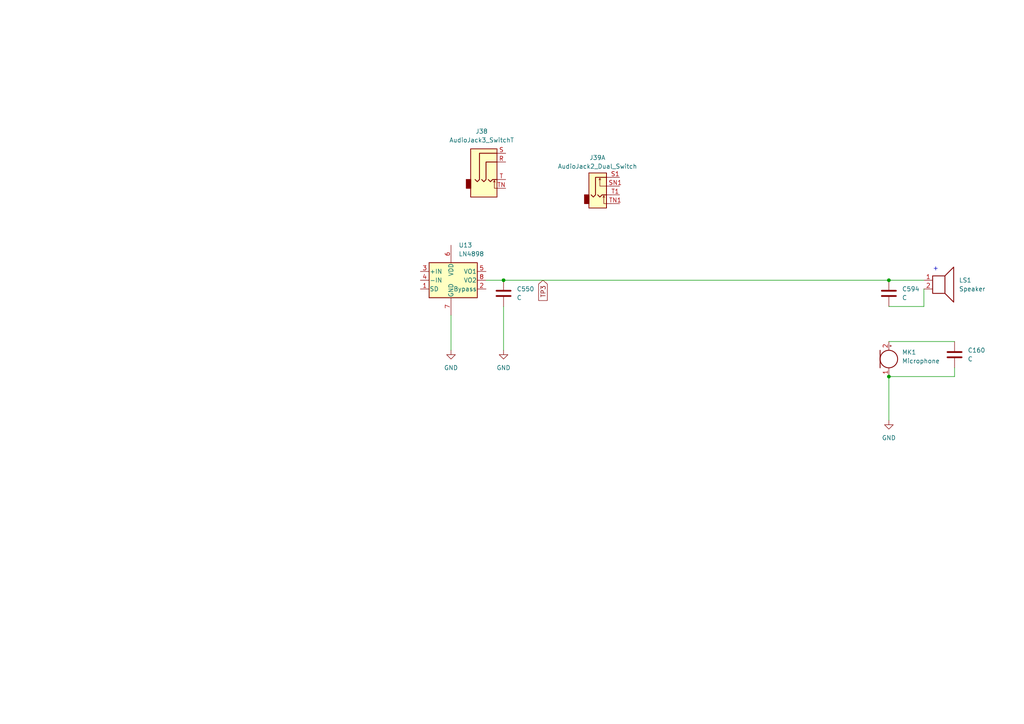
<source format=kicad_sch>
(kicad_sch (version 20230121) (generator eeschema)
  (paper "A4")
  (title_block (title "Audio"))
  (lib_symbols
    (symbol "Connector_Audio:AudioJack2_Dual_Switch"
      (property "Reference" "J" (at 0 11.43 0))
      (property "Value" "AudioJack2_Dual_Switch" (at 0 8.89 0))
      (symbol "AudioJack2_Dual_Switch_0_1"
        (rectangle (start -3.81 -2.54) (end -5.08 0) (stroke (width 0.254)) (fill (type outline)))
        (polyline (pts (xy -0.635 4.826) (xy -0.381 4.318)))
        (polyline (pts (xy 0.508 -0.254) (xy 0.762 -0.762)))
        (polyline (pts (xy 1.27 -2.54) (xy 2.54 -2.54)))
        (polyline (pts (xy 1.27 2.54) (xy 2.54 2.54)))
        (polyline (pts (xy 2.54 0) (xy 1.27 0)))
        (polyline (pts (xy 2.54 5.08) (xy 1.27 5.08)))
        (polyline (pts (xy -1.27 0) (xy -0.635 -0.635) (xy 0 0) (xy 1.27 0)) (stroke (width 0.254)))
        (polyline (pts (xy 1.27 -2.54) (xy 0.508 -2.54) (xy 0.508 -0.254) (xy 0.254 -0.762)))
        (polyline (pts (xy 1.27 2.54) (xy -0.635 2.54) (xy -0.635 4.826) (xy -0.889 4.318)))
        (polyline (pts (xy 1.27 5.08) (xy -1.905 5.08) (xy -1.905 0) (xy -2.54 -0.635) (xy -3.175 0)) (stroke (width 0.254)))
        (rectangle (start 1.27 6.35) (end -3.81 -3.81) (stroke (width 0.254)) (fill (type background)))
      )
      (symbol "AudioJack2_Dual_Switch_1_1"
        (pin passive line (at 5.08 5.08 180) (length 2.54) (name "~") (number "S1"))
        (pin passive line (at 5.08 2.54 180) (length 2.54) (name "~") (number "SN1"))
        (pin passive line (at 5.08 0 180) (length 2.54) (name "~") (number "T1"))
        (pin passive line (at 5.08 -2.54 180) (length 2.54) (name "~") (number "TN1"))
      )
      (symbol "AudioJack2_Dual_Switch_2_1"
        (pin passive line (at 5.08 5.08 180) (length 2.54) (name "~") (number "S2"))
        (pin passive line (at 5.08 2.54 180) (length 2.54) (name "~") (number "SN2"))
        (pin passive line (at 5.08 0 180) (length 2.54) (name "~") (number "T2"))
        (pin passive line (at 5.08 -2.54 180) (length 2.54) (name "~") (number "TN2"))
      )
    )
    (symbol "Connector_Audio:AudioJack3_SwitchT"
      (property "Reference" "J" (at 0 8.89 0))
      (property "Value" "AudioJack3_SwitchT" (at 0 6.35 0))
      (symbol "AudioJack3_SwitchT_0_1"
        (rectangle (start -5.08 -5.08) (end -6.35 -7.62) (stroke (width 0.254)) (fill (type outline)))
        (polyline (pts (xy 1.778 -5.334) (xy 2.032 -5.842)))
        (polyline (pts (xy 0 -5.08) (xy 0.635 -5.715) (xy 1.27 -5.08) (xy 2.54 -5.08)) (stroke (width 0.254)))
        (polyline (pts (xy 2.54 -7.62) (xy 1.778 -7.62) (xy 1.778 -5.334) (xy 1.524 -5.842)))
        (polyline (pts (xy -1.905 -5.08) (xy -1.27 -5.715) (xy -0.635 -5.08) (xy -0.635 0) (xy 2.54 0)) (stroke (width 0.254)))
        (polyline (pts (xy 2.54 2.54) (xy -2.54 2.54) (xy -2.54 -5.08) (xy -3.175 -5.715) (xy -3.81 -5.08)) (stroke (width 0.254)))
        (rectangle (start 2.54 3.81) (end -5.08 -10.16) (stroke (width 0.254)) (fill (type background)))
      )
      (symbol "AudioJack3_SwitchT_1_1"
        (pin passive line (at 5.08 0 180) (length 2.54) (name "~") (number "R"))
        (pin passive line (at 5.08 2.54 180) (length 2.54) (name "~") (number "S"))
        (pin passive line (at 5.08 -5.08 180) (length 2.54) (name "~") (number "T"))
        (pin passive line (at 5.08 -7.62 180) (length 2.54) (name "~") (number "TN"))
      )
    )
    (symbol "Device:C" (pin_numbers hide) (pin_names (offset 0.254))
      (property "Reference" "C" (at 0.635 2.54 0))
      (property "Value" "C" (at 0.635 -2.54 0))
      (symbol "C_0_1"
        (polyline (pts (xy -2.032 -0.762) (xy 2.032 -0.762)) (stroke (width 0.508)))
        (polyline (pts (xy -2.032 0.762) (xy 2.032 0.762)) (stroke (width 0.508)))
      )
      (symbol "C_1_1"
        (pin passive line (at 0 3.81 270) (length 2.794) (name "~") (number "1"))
        (pin passive line (at 0 -3.81 90) (length 2.794) (name "~") (number "2"))
      )
    )
    (symbol "Device:Microphone" (pin_names (offset 0.0254) hide)
      (property "Reference" "MK" (at -3.81 1.27 0))
      (property "Value" "Microphone" (at -3.81 -0.635 0))
      (symbol "Microphone_0_1"
        (polyline (pts (xy -2.54 2.54) (xy -2.54 -2.54)) (stroke (width 0.254)))
        (polyline (pts (xy 0.254 3.81) (xy 0.762 3.81)))
        (polyline (pts (xy 0.508 4.064) (xy 0.508 3.556)))
        (circle (center 0 0) (radius 2.54) (stroke (width 0.254)))
      )
      (symbol "Microphone_1_1"
        (pin passive line (at 0 -5.08 90) (length 2.54) (name "-") (number "1"))
        (pin passive line (at 0 5.08 270) (length 2.54) (name "+") (number "2"))
      )
    )
    (symbol "Device:Speaker" (pin_names (offset 0) hide)
      (property "Reference" "LS" (at 1.27 5.715 0))
      (property "Value" "Speaker" (at 1.27 3.81 0))
      (symbol "Speaker_0_0"
        (rectangle (start -2.54 1.27) (end 1.016 -3.81) (stroke (width 0.254)))
        (polyline (pts (xy 1.016 1.27) (xy 3.556 3.81) (xy 3.556 -6.35) (xy 1.016 -3.81)) (stroke (width 0.254)))
      )
      (symbol "Speaker_1_1"
        (pin input line (at -5.08 0 0) (length 2.54) (name "1") (number "1"))
        (pin input line (at -5.08 -2.54 0) (length 2.54) (name "2") (number "2"))
      )
    )
    (symbol "UV-K5:LN4898" (pin_names (offset 0.127))
      (property "Reference" "U" (at -5.08 6.35 0))
      (property "Value" "LN4898" (at 5.08 6.35 0))
      (symbol "LN4898_0_1"
        (rectangle (start -6.35 5.08) (end 7.62 -5.08) (stroke (width 0.254)) (fill (type background)))
      )
      (symbol "LN4898_1_1"
        (pin input line (at -8.89 -2.54 0) (length 2.54) (name "SD") (number "1"))
        (pin bidirectional line (at 10.16 -2.54 180) (length 2.54) (name "Bypass") (number "2"))
        (pin input line (at -8.89 2.54 0) (length 2.54) (name "+IN") (number "3"))
        (pin input line (at -8.89 0 0) (length 2.54) (name "-IN") (number "4"))
        (pin input line (at 10.16 2.54 180) (length 2.54) (name "VO1") (number "5"))
        (pin power_in line (at 0 10.16 270) (length 5.08) (name "VDD") (number "6"))
        (pin power_in line (at 0 -10.16 90) (length 5.08) (name "GND") (number "7"))
        (pin input line (at 10.16 0 180) (length 2.54) (name "VO2") (number "8"))
      )
    )
    (symbol "power:GND" (power) (pin_names (offset 0))
      (property "Value" "GND" (at 0 -3.81 0))
      (symbol "GND_0_1"
        (polyline (pts (xy 0 0) (xy 0 -1.27) (xy 1.27 -1.27) (xy 0 -2.54) (xy -1.27 -1.27) (xy 0 -1.27)))
      )
      (symbol "GND_1_1"
        (pin power_in line (at 0 0 270) (length 0) hide (name "GND") (number "1"))
      )
    )
  )
  (junction (at 257.81 81.28))
  (junction (at 146.05 81.28))
  (junction (at 257.81 109.22))
  (wire (pts (xy 257.81 81.28) (xy 267.97 81.28)))
  (wire (pts (xy 146.05 81.28) (xy 257.81 81.28)))
  (wire (pts (xy 257.81 109.22) (xy 257.81 121.92)))
  (wire (pts (xy 276.86 106.68) (xy 276.86 109.22)))
  (wire (pts (xy 146.05 88.9) (xy 146.05 101.6)))
  (wire (pts (xy 257.81 99.06) (xy 276.86 99.06)))
  (wire (pts (xy 267.97 83.82) (xy 267.97 88.9)))
  (wire (pts (xy 257.81 109.22) (xy 276.86 109.22)))
  (wire (pts (xy 267.97 88.9) (xy 257.81 88.9)))
  (wire (pts (xy 140.97 81.28) (xy 146.05 81.28)))
  (wire (pts (xy 130.81 91.44) (xy 130.81 101.6)))
  (text "+" (at 270.51 78.74 0) (effects (font (size 1.27 1.27)) (justify left bottom)))
  (global_label "TP3" (shape input) (at 157.48 81.28 270) (property "Intersheetrefs" "${INTERSHEET_REFS}" (at 157.48 87.7123 90) (effects (justify right))))
  (symbol (lib_id "UV-K5:LN4898") (at 130.81 81.28 0) (unit 1)
    (property "Reference" "U13" (at 133.0041 71.12 0) (effects (justify left)))
    (property "Value" "LN4898" (at 133.0041 73.66 0) (effects (justify left)))
    (property "Footprint" "Package_SO:SOP-8_3.9x4.9mm_P1.27mm" (effects hide))
    (property "Datasheet" "www.natlinear.com" (effects hide))
  )
  (symbol (lib_id "Device:C") (at 146.05 85.09 0) (unit 1)
    (property "Reference" "C550" (at 149.86 83.82 0) (effects (justify left)))
    (property "Value" "C" (at 149.86 86.36 0) (effects (justify left)))
  )
  (symbol (lib_id "Device:Speaker") (at 273.05 81.28 0) (unit 1)
    (property "Reference" "LS1" (at 278.13 81.28 0) (effects (justify left)))
    (property "Value" "Speaker" (at 278.13 83.82 0) (effects (justify left)))
  )
  (symbol (lib_id "power:GND") (at 146.05 101.6 0) (unit 1)
    (property "Reference" "#PWR0107" (effects hide))
    (property "Value" "GND" (at 146.05 106.68 0))
  )
  (symbol (lib_id "Device:C") (at 257.81 85.09 0) (unit 1)
    (property "Reference" "C594" (at 261.62 83.82 0) (effects (justify left)))
    (property "Value" "C" (at 261.62 86.36 0) (effects (justify left)))
  )
  (symbol (lib_id "Connector_Audio:AudioJack3_SwitchT") (at 141.605 46.99 0) (unit 1)
    (property "Reference" "J38" (at 139.7 38.1 0))
    (property "Value" "AudioJack3_SwitchT" (at 139.7 40.64 0))
  )
  (symbol (lib_id "Device:C") (at 276.86 102.87 0) (unit 1)
    (property "Reference" "C160" (at 280.67 101.6 0) (effects (justify left)))
    (property "Value" "C" (at 280.67 104.14 0) (effects (justify left)))
  )
  (symbol (lib_id "Device:Microphone") (at 257.81 104.14 0) (unit 1)
    (property "Reference" "MK1" (at 261.62 102.1715 0) (effects (justify left)))
    (property "Value" "Microphone" (at 261.62 104.7115 0) (effects (justify left)))
  )
  (symbol (lib_id "power:GND") (at 130.81 101.6 0) (unit 1)
    (property "Reference" "#PWR0106" (effects hide))
    (property "Value" "GND" (at 130.81 106.68 0))
  )
  (symbol (lib_id "power:GND") (at 257.81 121.92 0) (unit 1)
    (property "Reference" "#PWR0108" (effects hide))
    (property "Value" "GND" (at 257.81 127 0))
  )
  (symbol (lib_id "Connector_Audio:AudioJack2_Dual_Switch") (at 174.625 56.515 0) (unit 1)
    (property "Reference" "J39" (at 173.2915 45.72 0))
    (property "Value" "AudioJack2_Dual_Switch" (at 173.2915 48.26 0))
  )
)
</source>
